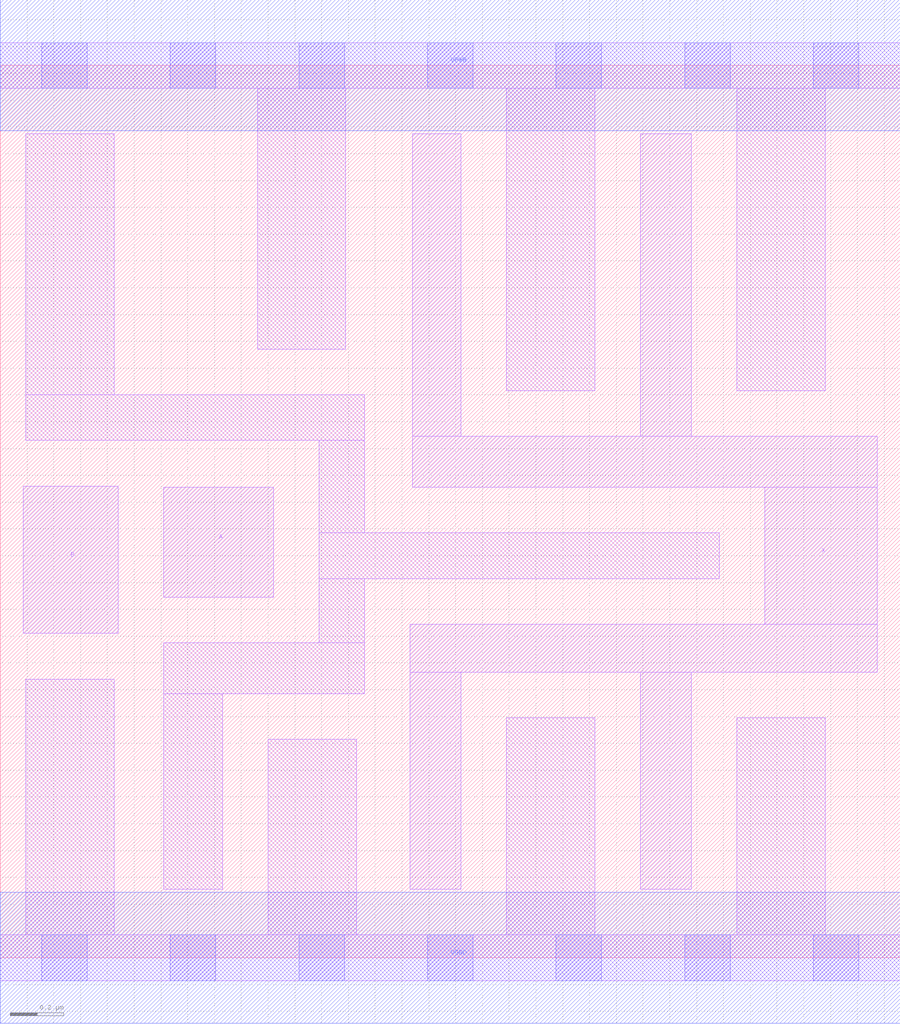
<source format=lef>
# Copyright 2020 The SkyWater PDK Authors
#
# Licensed under the Apache License, Version 2.0 (the "License");
# you may not use this file except in compliance with the License.
# You may obtain a copy of the License at
#
#     https://www.apache.org/licenses/LICENSE-2.0
#
# Unless required by applicable law or agreed to in writing, software
# distributed under the License is distributed on an "AS IS" BASIS,
# WITHOUT WARRANTIES OR CONDITIONS OF ANY KIND, either express or implied.
# See the License for the specific language governing permissions and
# limitations under the License.
#
# SPDX-License-Identifier: Apache-2.0

VERSION 5.7 ;
  NAMESCASESENSITIVE ON ;
  NOWIREEXTENSIONATPIN ON ;
  DIVIDERCHAR "/" ;
  BUSBITCHARS "[]" ;
UNITS
  DATABASE MICRONS 200 ;
END UNITS
MACRO sky130_fd_sc_lp__or2_4
  CLASS CORE ;
  FOREIGN sky130_fd_sc_lp__or2_4 ;
  ORIGIN  0.000000  0.000000 ;
  SIZE  3.360000 BY  3.330000 ;
  SYMMETRY X Y R90 ;
  SITE unit ;
  PIN A
    ANTENNAGATEAREA  0.315000 ;
    DIRECTION INPUT ;
    USE SIGNAL ;
    PORT
      LAYER li1 ;
        RECT 0.610000 1.345000 1.020000 1.755000 ;
    END
  END A
  PIN B
    ANTENNAGATEAREA  0.315000 ;
    DIRECTION INPUT ;
    USE SIGNAL ;
    PORT
      LAYER li1 ;
        RECT 0.085000 1.210000 0.440000 1.760000 ;
    END
  END B
  PIN X
    ANTENNADIFFAREA  1.176000 ;
    DIRECTION OUTPUT ;
    USE SIGNAL ;
    PORT
      LAYER li1 ;
        RECT 1.530000 0.255000 1.720000 1.065000 ;
        RECT 1.530000 1.065000 3.275000 1.245000 ;
        RECT 1.540000 1.755000 3.275000 1.945000 ;
        RECT 1.540000 1.945000 1.720000 3.075000 ;
        RECT 2.390000 0.255000 2.580000 1.065000 ;
        RECT 2.390000 1.945000 2.580000 3.075000 ;
        RECT 2.855000 1.245000 3.275000 1.755000 ;
    END
  END X
  PIN VGND
    DIRECTION INOUT ;
    USE GROUND ;
    PORT
      LAYER met1 ;
        RECT 0.000000 -0.245000 3.360000 0.245000 ;
    END
  END VGND
  PIN VPWR
    DIRECTION INOUT ;
    USE POWER ;
    PORT
      LAYER met1 ;
        RECT 0.000000 3.085000 3.360000 3.575000 ;
    END
  END VPWR
  OBS
    LAYER li1 ;
      RECT 0.000000 -0.085000 3.360000 0.085000 ;
      RECT 0.000000  3.245000 3.360000 3.415000 ;
      RECT 0.095000  0.085000 0.425000 1.040000 ;
      RECT 0.095000  1.930000 1.360000 2.100000 ;
      RECT 0.095000  2.100000 0.425000 3.075000 ;
      RECT 0.610000  0.255000 0.830000 0.985000 ;
      RECT 0.610000  0.985000 1.360000 1.175000 ;
      RECT 0.960000  2.270000 1.290000 3.245000 ;
      RECT 1.000000  0.085000 1.330000 0.815000 ;
      RECT 1.190000  1.175000 1.360000 1.415000 ;
      RECT 1.190000  1.415000 2.685000 1.585000 ;
      RECT 1.190000  1.585000 1.360000 1.930000 ;
      RECT 1.890000  0.085000 2.220000 0.895000 ;
      RECT 1.890000  2.115000 2.220000 3.245000 ;
      RECT 2.750000  0.085000 3.080000 0.895000 ;
      RECT 2.750000  2.115000 3.080000 3.245000 ;
    LAYER mcon ;
      RECT 0.155000 -0.085000 0.325000 0.085000 ;
      RECT 0.155000  3.245000 0.325000 3.415000 ;
      RECT 0.635000 -0.085000 0.805000 0.085000 ;
      RECT 0.635000  3.245000 0.805000 3.415000 ;
      RECT 1.115000 -0.085000 1.285000 0.085000 ;
      RECT 1.115000  3.245000 1.285000 3.415000 ;
      RECT 1.595000 -0.085000 1.765000 0.085000 ;
      RECT 1.595000  3.245000 1.765000 3.415000 ;
      RECT 2.075000 -0.085000 2.245000 0.085000 ;
      RECT 2.075000  3.245000 2.245000 3.415000 ;
      RECT 2.555000 -0.085000 2.725000 0.085000 ;
      RECT 2.555000  3.245000 2.725000 3.415000 ;
      RECT 3.035000 -0.085000 3.205000 0.085000 ;
      RECT 3.035000  3.245000 3.205000 3.415000 ;
  END
END sky130_fd_sc_lp__or2_4
END LIBRARY

</source>
